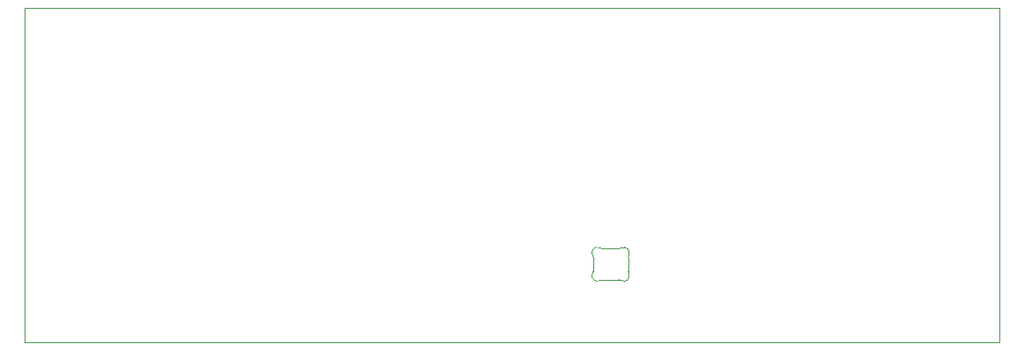
<source format=gm1>
G04 #@! TF.GenerationSoftware,KiCad,Pcbnew,8.0.1*
G04 #@! TF.CreationDate,2024-04-21T21:17:43-05:00*
G04 #@! TF.ProjectId,uC_test_PCB,75435f74-6573-4745-9f50-43422e6b6963,rev?*
G04 #@! TF.SameCoordinates,Original*
G04 #@! TF.FileFunction,Profile,NP*
%FSLAX46Y46*%
G04 Gerber Fmt 4.6, Leading zero omitted, Abs format (unit mm)*
G04 Created by KiCad (PCBNEW 8.0.1) date 2024-04-21 21:17:43*
%MOMM*%
%LPD*%
G01*
G04 APERTURE LIST*
G04 #@! TA.AperFunction,Profile*
%ADD10C,0.050000*%
G04 #@! TD*
G04 #@! TA.AperFunction,Profile*
%ADD11C,0.100000*%
G04 #@! TD*
G04 APERTURE END LIST*
D10*
X103784400Y-98298000D02*
X197662800Y-98298000D01*
X197662800Y-130556000D01*
X103784400Y-130556000D01*
X103784400Y-98298000D01*
D11*
X158526482Y-123718109D02*
X158526482Y-122312425D01*
X159432029Y-121515268D02*
X161020934Y-121515268D01*
X161020933Y-124515267D02*
X159432029Y-124515267D01*
X161926480Y-122312425D02*
X161926480Y-123718109D01*
X158476996Y-122095547D02*
G75*
G02*
X158526482Y-122312425I-449815J-216721D01*
G01*
X158476998Y-122095547D02*
G75*
G02*
X159179770Y-121446968I450520J216872D01*
G01*
X158526482Y-123718110D02*
G75*
G02*
X158476997Y-123934987I-500351J82D01*
G01*
X159179770Y-124583564D02*
G75*
G02*
X158476963Y-123934971I-252289J431696D01*
G01*
X159179771Y-124583567D02*
G75*
G02*
X159432029Y-124515267I252160J-431331D01*
G01*
X159432028Y-121515267D02*
G75*
G02*
X159179769Y-121446969I-87J499689D01*
G01*
X161020933Y-124515267D02*
G75*
G02*
X161273192Y-124583566I91J-499665D01*
G01*
X161273192Y-121446968D02*
G75*
G02*
X161020934Y-121515267I-252339J431999D01*
G01*
X161273192Y-121446969D02*
G75*
G02*
X161975965Y-122095547I252292J-431664D01*
G01*
X161926480Y-122312424D02*
G75*
G02*
X161975965Y-122095547I500349J-81D01*
G01*
X161975964Y-123934986D02*
G75*
G02*
X161273192Y-124583566I-450519J-216874D01*
G01*
X161975966Y-123934987D02*
G75*
G02*
X161926481Y-123718109I450145J216794D01*
G01*
M02*

</source>
